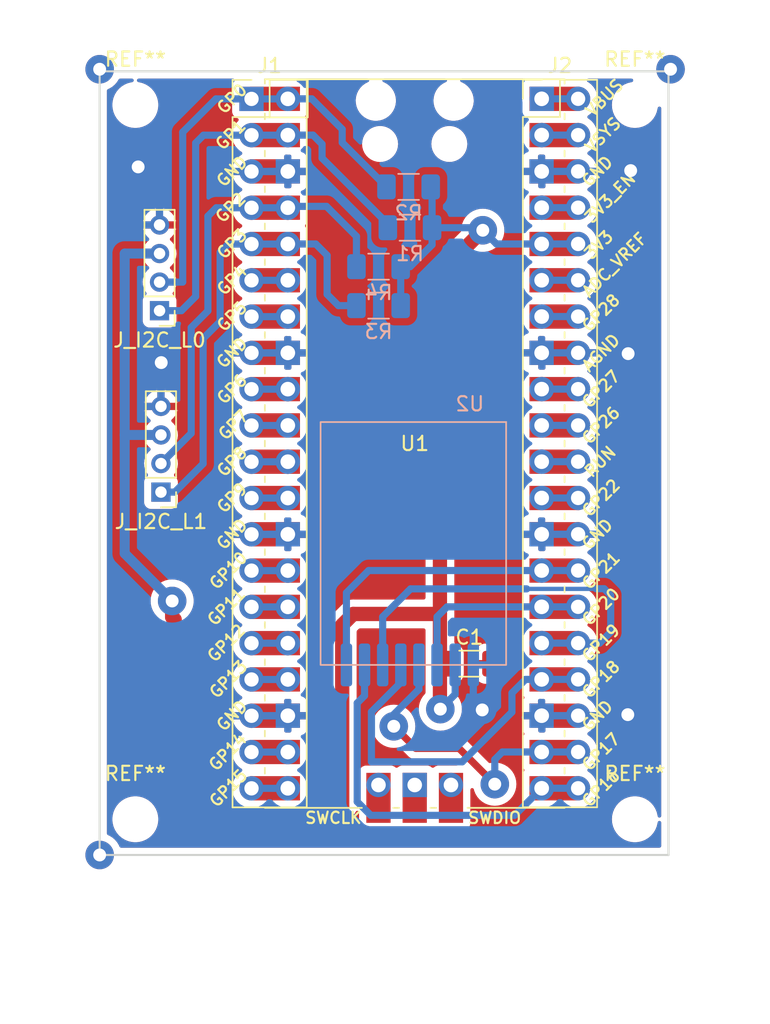
<source format=kicad_pcb>
(kicad_pcb (version 20211014) (generator pcbnew)
  (layers (0 "F.Cu" signal) (31 "B.Cu" signal) (34 "B.Paste" user) (35 "F.Paste" user) (36 "B.SilkS" user "B.Silkscreen") (37 "F.SilkS" user "F.Silkscreen") (38 "B.Mask" user) (39 "F.Mask" user) (44 "Edge.Cuts" user))
  (property "version" "0.0.1")
  (net 0 "")
  (net 4 "Net-(U1-Pad6)")
  (net 5 "Net-(U1-Pad7)")
  (net 6 "Net-(U1-Pad9)")
  (net 7 "Net-(U1-Pad10)")
  (net 8 "Net-(U1-Pad11)")
  (net 9 "Net-(U1-Pad12)")
  (net 10 "Net-(U1-Pad14)")
  (net 11 "Net-(U1-Pad15)")
  (net 12 "Net-(U1-Pad16)")
  (net 13 "Net-(U1-Pad17)")
  (net 14 "Net-(U1-Pad19)")
  (net 15 "Net-(U1-Pad20)")
  (net 16 "Net-(U1-Pad40)")
  (net 17 "Net-(U1-Pad39)")
  (net 18 "Net-(U1-Pad37)")
  (net 19 "Net-(U1-Pad35)")
  (net 20 "Net-(U1-Pad34)")
  (net 21 "Net-(U1-Pad32)")
  (net 22 "Net-(U1-Pad31)")
  (net 23 "Net-(U1-Pad30)")
  (net 24 "Net-(U1-Pad29)")
  (net 25 "GND")
  (net 26 "/I2C1_SCL")
  (net 27 "/I2C1_SDA")
  (net 28 "/I2C0_SCL")
  (net 29 "/I2C0_SDA")
  (net 30 "+3V3")
  (net 31 "/IRQ")
  (net 32 "/CE")
  (net 33 "/MOSI")
  (net 34 "/SCK")
  (net 35 "/CSN")
  (net 36 "/MISO")
  (footprint "MCU_RaspberryPi_and_Boards:RPi_Pico_SMD_TH" (layer "F.Cu") (at 116.84 55.88)
    (fp_text reference "U1" (at 0 0) (layer "F.SilkS"))
    (fp_text value "Pico")
    (fp_text user "GP5" (at -12.8 -8.89 45) (layer "F.SilkS") (effects (font (size 0.8 0.8))))
    (fp_text user "GP11" (at -13.2 11.43 45) (layer "F.SilkS") (effects (font (size 0.8 0.8))))
    (fp_text user "GP16" (at 13.054 24.13 45) (layer "F.SilkS") (effects (font (size 0.8 0.8))))
    (fp_text user "GP3" (at -12.8 -13.97 45) (layer "F.SilkS") (effects (font (size 0.8 0.8))))
    (fp_text user "GP18" (at 13.054 16.51 45) (layer "F.SilkS") (effects (font (size 0.8 0.8))))
    (fp_text user "GND" (at 12.8 -19.05 45) (layer "F.SilkS") (effects (font (size 0.8 0.8))))
    (fp_text user "SWCLK" (at -5.7 26.2) (layer "F.SilkS") (effects (font (size 0.8 0.8))))
    (fp_text user "VBUS" (at 13.3 -24.2 45) (layer "F.SilkS") (effects (font (size 0.8 0.8))))
    (fp_text user "GP8" (at -12.8 1.27 45) (layer "F.SilkS") (effects (font (size 0.8 0.8))))
    (fp_text user "AGND" (at 13.054 -6.35 45) (layer "F.SilkS") (effects (font (size 0.8 0.8))))
    (fp_text user "SWDIO" (at 5.6 26.2) (layer "F.SilkS") (effects (font (size 0.8 0.8))))
    (fp_text user "GP20" (at 13.054 11.43 45) (layer "F.SilkS") (effects (font (size 0.8 0.8))))
    (fp_text user "GP6" (at -12.8 -3.81 45) (layer "F.SilkS") (effects (font (size 0.8 0.8))))
    (fp_text user "GP0" (at -12.8 -24.13 45) (layer "F.SilkS") (effects (font (size 0.8 0.8))))
    (fp_text user "GP4" (at -12.8 -11.43 45) (layer "F.SilkS") (effects (font (size 0.8 0.8))))
    (fp_text user "GP28" (at 13.054 -9.144 45) (layer "F.SilkS") (effects (font (size 0.8 0.8))))
    (fp_text user "ADC_VREF" (at 14 -12.5 45) (layer "F.SilkS") (effects (font (size 0.8 0.8))))
    (fp_text user "GP19" (at 13.054 13.97 45) (layer "F.SilkS") (effects (font (size 0.8 0.8))))
    (fp_text user "GP21" (at 13.054 8.9 45) (layer "F.SilkS") (effects (font (size 0.8 0.8))))
    (fp_text user "GP22" (at 13.054 3.81 45) (layer "F.SilkS") (effects (font (size 0.8 0.8))))
    (fp_text user "GP1" (at -12.9 -21.6 45) (layer "F.SilkS") (effects (font (size 0.8 0.8))))
    (fp_text user "GND" (at -12.8 19.05 45) (layer "F.SilkS") (effects (font (size 0.8 0.8))))
    (fp_text user "3V3" (at 12.9 -13.9 45) (layer "F.SilkS") (effects (font (size 0.8 0.8))))
    (fp_text user "GP2" (at -12.9 -16.51 45) (layer "F.SilkS") (effects (font (size 0.8 0.8))))
    (fp_text user "GP10" (at -13.054 8.89 45) (layer "F.SilkS") (effects (font (size 0.8 0.8))))
    (fp_text user "GND" (at -12.8 -6.35 45) (layer "F.SilkS") (effects (font (size 0.8 0.8))))
    (fp_text user "RUN" (at 13 1.27 45) (layer "F.SilkS") (effects (font (size 0.8 0.8))))
    (fp_text user "GP12" (at -13.2 13.97 45) (layer "F.SilkS") (effects (font (size 0.8 0.8))))
    (fp_text user "GP15" (at -13.054 24.13 45) (layer "F.SilkS") (effects (font (size 0.8 0.8))))
    (fp_text user "GND" (at -12.8 6.35 45) (layer "F.SilkS") (effects (font (size 0.8 0.8))))
    (fp_text user "GND" (at 12.8 19.05 45) (layer "F.SilkS") (effects (font (size 0.8 0.8))))
    (fp_text user "GP13" (at -13.054 16.51 45) (layer "F.SilkS") (effects (font (size 0.8 0.8))))
    (fp_text user "3V3_EN" (at 13.7 -17.2 45) (layer "F.SilkS") (effects (font (size 0.8 0.8))))
    (fp_text user "GP9" (at -12.8 3.81 45) (layer "F.SilkS") (effects (font (size 0.8 0.8))))
    (fp_text user "VSYS" (at 13.2 -21.59 45) (layer "F.SilkS") (effects (font (size 0.8 0.8))))
    (fp_text user "GND" (at -12.8 -19.05 45) (layer "F.SilkS") (effects (font (size 0.8 0.8))))
    (fp_text user "GP17" (at 13.054 21.59 45) (layer "F.SilkS") (effects (font (size 0.8 0.8))))
    (fp_text user "GP26" (at 13.054 -1.27 45) (layer "F.SilkS") (effects (font (size 0.8 0.8))))
    (fp_text user "GP27" (at 13.054 -3.8 45) (layer "F.SilkS") (effects (font (size 0.8 0.8))))
    (fp_text user "GND" (at 12.8 6.35 45) (layer "F.SilkS") (effects (font (size 0.8 0.8))))
    (fp_text user "GP7" (at -12.7 -1.3 45) (layer "F.SilkS") (effects (font (size 0.8 0.8))))
    (fp_text user "GP14" (at -13.1 21.59 45) (layer "F.SilkS") (effects (font (size 0.8 0.8))))
    (pad "" np_thru_hole oval (at -2.725 -24) (size 1.8 1.8) (drill 1.8) (layers *.Cu *.Mask))
    (pad "" np_thru_hole oval (at -2.425 -20.97) (size 1.5 1.5) (drill 1.5) (layers *.Cu *.Mask))
    (pad "" np_thru_hole oval (at 2.425 -20.97) (size 1.5 1.5) (drill 1.5) (layers *.Cu *.Mask))
    (pad "" np_thru_hole oval (at 2.725 -24) (size 1.8 1.8) (drill 1.8) (layers *.Cu *.Mask))
    (pad "1" smd rect (at -8.89 -24.13) (size 3.5 1.7) (drill (offset -0.9 0)) (layers "F.Cu" "F.Mask") (net 29 "/I2C0_SDA"))
    (pad "1" thru_hole oval (at -8.89 -24.13) (size 1.7 1.7) (drill 1.02) (layers *.Cu *.Mask) (net 29 "/I2C0_SDA"))
    (pad "2" thru_hole oval (at -8.89 -21.59) (size 1.7 1.7) (drill 1.02) (layers *.Cu *.Mask) (net 28 "/I2C0_SCL"))
    (pad "2" smd rect (at -8.89 -21.59) (size 3.5 1.7) (drill (offset -0.9 0)) (layers "F.Cu" "F.Mask") (net 28 "/I2C0_SCL"))
    (pad "3" smd rect (at -8.89 -19.05) (size 3.5 1.7) (drill (offset -0.9 0)) (layers "F.Cu" "F.Mask") (net 25 "GND"))
    (pad "3" thru_hole rect (at -8.89 -19.05) (size 1.7 1.7) (drill 1.02) (layers *.Cu *.Mask) (net 25 "GND"))
    (pad "4" thru_hole oval (at -8.89 -16.51) (size 1.7 1.7) (drill 1.02) (layers *.Cu *.Mask) (net 27 "/I2C1_SDA"))
    (pad "4" smd rect (at -8.89 -16.51) (size 3.5 1.7) (drill (offset -0.9 0)) (layers "F.Cu" "F.Mask") (net 27 "/I2C1_SDA"))
    (pad "5" thru_hole oval (at -8.89 -13.97) (size 1.7 1.7) (drill 1.02) (layers *.Cu *.Mask) (net 26 "/I2C1_SCL"))
    (pad "5" smd rect (at -8.89 -13.97) (size 3.5 1.7) (drill (offset -0.9 0)) (layers "F.Cu" "F.Mask") (net 26 "/I2C1_SCL"))
    (pad "6" thru_hole oval (at -8.89 -11.43) (size 1.7 1.7) (drill 1.02) (layers *.Cu *.Mask) (net 4 "Net-(U1-Pad6)"))
    (pad "6" smd rect (at -8.89 -11.43) (size 3.5 1.7) (drill (offset -0.9 0)) (layers "F.Cu" "F.Mask") (net 4 "Net-(U1-Pad6)"))
    (pad "7" smd rect (at -8.89 -8.89) (size 3.5 1.7) (drill (offset -0.9 0)) (layers "F.Cu" "F.Mask") (net 5 "Net-(U1-Pad7)"))
    (pad "7" thru_hole oval (at -8.89 -8.89) (size 1.7 1.7) (drill 1.02) (layers *.Cu *.Mask) (net 5 "Net-(U1-Pad7)"))
    (pad "8" smd rect (at -8.89 -6.35) (size 3.5 1.7) (drill (offset -0.9 0)) (layers "F.Cu" "F.Mask") (net 25 "GND"))
    (pad "8" thru_hole rect (at -8.89 -6.35) (size 1.7 1.7) (drill 1.02) (layers *.Cu *.Mask) (net 25 "GND"))
    (pad "9" smd rect (at -8.89 -3.81) (size 3.5 1.7) (drill (offset -0.9 0)) (layers "F.Cu" "F.Mask") (net 6 "Net-(U1-Pad9)"))
    (pad "9" thru_hole oval (at -8.89 -3.81) (size 1.7 1.7) (drill 1.02) (layers *.Cu *.Mask) (net 6 "Net-(U1-Pad9)"))
    (pad "10" smd rect (at -8.89 -1.27) (size 3.5 1.7) (drill (offset -0.9 0)) (layers "F.Cu" "F.Mask") (net 7 "Net-(U1-Pad10)"))
    (pad "10" thru_hole oval (at -8.89 -1.27) (size 1.7 1.7) (drill 1.02) (layers *.Cu *.Mask) (net 7 "Net-(U1-Pad10)"))
    (pad "11" thru_hole oval (at -8.89 1.27) (size 1.7 1.7) (drill 1.02) (layers *.Cu *.Mask) (net 8 "Net-(U1-Pad11)"))
    (pad "11" smd rect (at -8.89 1.27) (size 3.5 1.7) (drill (offset -0.9 0)) (layers "F.Cu" "F.Mask") (net 8 "Net-(U1-Pad11)"))
    (pad "12" thru_hole oval (at -8.89 3.81) (size 1.7 1.7) (drill 1.02) (layers *.Cu *.Mask) (net 9 "Net-(U1-Pad12)"))
    (pad "12" smd rect (at -8.89 3.81) (size 3.5 1.7) (drill (offset -0.9 0)) (layers "F.Cu" "F.Mask") (net 9 "Net-(U1-Pad12)"))
    (pad "13" smd rect (at -8.89 6.35) (size 3.5 1.7) (drill (offset -0.9 0)) (layers "F.Cu" "F.Mask") (net 25 "GND"))
    (pad "13" thru_hole rect (at -8.89 6.35) (size 1.7 1.7) (drill 1.02) (layers *.Cu *.Mask) (net 25 "GND"))
    (pad "14" smd rect (at -8.89 8.89) (size 3.5 1.7) (drill (offset -0.9 0)) (layers "F.Cu" "F.Mask") (net 10 "Net-(U1-Pad14)"))
    (pad "14" thru_hole oval (at -8.89 8.89) (size 1.7 1.7) (drill 1.02) (layers *.Cu *.Mask) (net 10 "Net-(U1-Pad14)"))
    (pad "15" thru_hole oval (at -8.89 11.43) (size 1.7 1.7) (drill 1.02) (layers *.Cu *.Mask) (net 11 "Net-(U1-Pad15)"))
    (pad "15" smd rect (at -8.89 11.43) (size 3.5 1.7) (drill (offset -0.9 0)) (layers "F.Cu" "F.Mask") (net 11 "Net-(U1-Pad15)"))
    (pad "16" thru_hole oval (at -8.89 13.97) (size 1.7 1.7) (drill 1.02) (layers *.Cu *.Mask) (net 12 "Net-(U1-Pad16)"))
    (pad "16" smd rect (at -8.89 13.97) (size 3.5 1.7) (drill (offset -0.9 0)) (layers "F.Cu" "F.Mask") (net 12 "Net-(U1-Pad16)"))
    (pad "17" smd rect (at -8.89 16.51) (size 3.5 1.7) (drill (offset -0.9 0)) (layers "F.Cu" "F.Mask") (net 13 "Net-(U1-Pad17)"))
    (pad "17" thru_hole oval (at -8.89 16.51) (size 1.7 1.7) (drill 1.02) (layers *.Cu *.Mask) (net 13 "Net-(U1-Pad17)"))
    (pad "18" thru_hole rect (at -8.89 19.05) (size 1.7 1.7) (drill 1.02) (layers *.Cu *.Mask) (net 25 "GND"))
    (pad "18" smd rect (at -8.89 19.05) (size 3.5 1.7) (drill (offset -0.9 0)) (layers "F.Cu" "F.Mask") (net 25 "GND"))
    (pad "19" thru_hole oval (at -8.89 21.59) (size 1.7 1.7) (drill 1.02) (layers *.Cu *.Mask) (net 14 "Net-(U1-Pad19)"))
    (pad "19" smd rect (at -8.89 21.59) (size 3.5 1.7) (drill (offset -0.9 0)) (layers "F.Cu" "F.Mask") (net 14 "Net-(U1-Pad19)"))
    (pad "20" thru_hole oval (at -8.89 24.13) (size 1.7 1.7) (drill 1.02) (layers *.Cu *.Mask) (net 15 "Net-(U1-Pad20)"))
    (pad "20" smd rect (at -8.89 24.13) (size 3.5 1.7) (drill (offset -0.9 0)) (layers "F.Cu" "F.Mask") (net 15 "Net-(U1-Pad20)"))
    (pad "21" thru_hole oval (at 8.89 24.13) (size 1.7 1.7) (drill 1.02) (layers *.Cu *.Mask) (net 36 "/MISO"))
    (pad "21" smd rect (at 8.89 24.13) (size 3.5 1.7) (drill (offset 0.9 0)) (layers "F.Cu" "F.Mask") (net 36 "/MISO"))
    (pad "22" thru_hole oval (at 8.89 21.59) (size 1.7 1.7) (drill 1.02) (layers *.Cu *.Mask) (net 35 "/CSN"))
    (pad "22" smd rect (at 8.89 21.59) (size 3.5 1.7) (drill (offset 0.9 0)) (layers "F.Cu" "F.Mask") (net 35 "/CSN"))
    (pad "23" thru_hole rect (at 8.89 19.05) (size 1.7 1.7) (drill 1.02) (layers *.Cu *.Mask) (net 25 "GND"))
    (pad "23" smd rect (at 8.89 19.05) (size 3.5 1.7) (drill (offset 0.9 0)) (layers "F.Cu" "F.Mask") (net 25 "GND"))
    (pad "24" smd rect (at 8.89 16.51) (size 3.5 1.7) (drill (offset 0.9 0)) (layers "F.Cu" "F.Mask") (net 34 "/SCK"))
    (pad "24" thru_hole oval (at 8.89 16.51) (size 1.7 1.7) (drill 1.02) (layers *.Cu *.Mask) (net 34 "/SCK"))
    (pad "25" smd rect (at 8.89 13.97) (size 3.5 1.7) (drill (offset 0.9 0)) (layers "F.Cu" "F.Mask") (net 33 "/MOSI"))
    (pad "25" thru_hole oval (at 8.89 13.97) (size 1.7 1.7) (drill 1.02) (layers *.Cu *.Mask) (net 33 "/MOSI"))
    (pad "26" smd rect (at 8.89 11.43) (size 3.5 1.7) (drill (offset 0.9 0)) (layers "F.Cu" "F.Mask") (net 32 "/CE"))
    (pad "26" thru_hole oval (at 8.89 11.43) (size 1.7 1.7) (drill 1.02) (layers *.Cu *.Mask) (net 32 "/CE"))
    (pad "27" smd rect (at 8.89 8.89) (size 3.5 1.7) (drill (offset 0.9 0)) (layers "F.Cu" "F.Mask") (net 31 "/IRQ"))
    (pad "27" thru_hole oval (at 8.89 8.89) (size 1.7 1.7) (drill 1.02) (layers *.Cu *.Mask) (net 31 "/IRQ"))
    (pad "28" thru_hole rect (at 8.89 6.35) (size 1.7 1.7) (drill 1.02) (layers *.Cu *.Mask) (net 25 "GND"))
    (pad "28" smd rect (at 8.89 6.35) (size 3.5 1.7) (drill (offset 0.9 0)) (layers "F.Cu" "F.Mask") (net 25 "GND"))
    (pad "29" thru_hole oval (at 8.89 3.81) (size 1.7 1.7) (drill 1.02) (layers *.Cu *.Mask) (net 24 "Net-(U1-Pad29)"))
    (pad "29" smd rect (at 8.89 3.81) (size 3.5 1.7) (drill (offset 0.9 0)) (layers "F.Cu" "F.Mask") (net 24 "Net-(U1-Pad29)"))
    (pad "30" thru_hole oval (at 8.89 1.27) (size 1.7 1.7) (drill 1.02) (layers *.Cu *.Mask) (net 23 "Net-(U1-Pad30)"))
    (pad "30" smd rect (at 8.89 1.27) (size 3.5 1.7) (drill (offset 0.9 0)) (layers "F.Cu" "F.Mask") (net 23 "Net-(U1-Pad30)"))
    (pad "31" smd rect (at 8.89 -1.27) (size 3.5 1.7) (drill (offset 0.9 0)) (layers "F.Cu" "F.Mask") (net 22 "Net-(U1-Pad31)"))
    (pad "31" thru_hole oval (at 8.89 -1.27) (size 1.7 1.7) (drill 1.02) (layers *.Cu *.Mask) (net 22 "Net-(U1-Pad31)"))
    (pad "32" thru_hole oval (at 8.89 -3.81) (size 1.7 1.7) (drill 1.02) (layers *.Cu *.Mask) (net 21 "Net-(U1-Pad32)"))
    (pad "32" smd rect (at 8.89 -3.81) (size 3.5 1.7) (drill (offset 0.9 0)) (layers "F.Cu" "F.Mask") (net 21 "Net-(U1-Pad32)"))
    (pad "33" thru_hole rect (at 8.89 -6.35) (size 1.7 1.7) (drill 1.02) (layers *.Cu *.Mask) (net 25 "GND"))
    (pad "33" smd rect (at 8.89 -6.35) (size 3.5 1.7) (drill (offset 0.9 0)) (layers "F.Cu" "F.Mask") (net 25 "GND"))
    (pad "34" smd rect (at 8.89 -8.89) (size 3.5 1.7) (drill (offset 0.9 0)) (layers "F.Cu" "F.Mask") (net 20 "Net-(U1-Pad34)"))
    (pad "34" thru_hole oval (at 8.89 -8.89) (size 1.7 1.7) (drill 1.02) (layers *.Cu *.Mask) (net 20 "Net-(U1-Pad34)"))
    (pad "35" smd rect (at 8.89 -11.43) (size 3.5 1.7) (drill (offset 0.9 0)) (layers "F.Cu" "F.Mask") (net 19 "Net-(U1-Pad35)"))
    (pad "35" thru_hole oval (at 8.89 -11.43) (size 1.7 1.7) (drill 1.02) (layers *.Cu *.Mask) (net 19 "Net-(U1-Pad35)"))
    (pad "36" thru_hole oval (at 8.89 -13.97) (size 1.7 1.7) (drill 1.02) (layers *.Cu *.Mask) (net 30 "+3V3"))
    (pad "36" smd rect (at 8.89 -13.97) (size 3.5 1.7) (drill (offset 0.9 0)) (layers "F.Cu" "F.Mask") (net 30 "+3V3"))
    (pad "37" thru_hole oval (at 8.89 -16.51) (size 1.7 1.7) (drill 1.02) (layers *.Cu *.Mask) (net 18 "Net-(U1-Pad37)"))
    (pad "37" smd rect (at 8.89 -16.51) (size 3.5 1.7) (drill (offset 0.9 0)) (layers "F.Cu" "F.Mask") (net 18 "Net-(U1-Pad37)"))
    (pad "38" thru_hole rect (at 8.89 -19.05) (size 1.7 1.7) (drill 1.02) (layers *.Cu *.Mask) (net 25 "GND"))
    (pad "38" smd rect (at 8.89 -19.05) (size 3.5 1.7) (drill (offset 0.9 0)) (layers "F.Cu" "F.Mask") (net 25 "GND"))
    (pad "39" smd rect (at 8.89 -21.59) (size 3.5 1.7) (drill (offset 0.9 0)) (layers "F.Cu" "F.Mask") (net 17 "Net-(U1-Pad39)"))
    (pad "39" thru_hole oval (at 8.89 -21.59) (size 1.7 1.7) (drill 1.02) (layers *.Cu *.Mask) (net 17 "Net-(U1-Pad39)"))
    (pad "40" smd rect (at 8.89 -24.13) (size 3.5 1.7) (drill (offset 0.9 0)) (layers "F.Cu" "F.Mask") (net 16 "Net-(U1-Pad40)"))
    (pad "40" thru_hole oval (at 8.89 -24.13) (size 1.7 1.7) (drill 1.02) (layers *.Cu *.Mask) (net 16 "Net-(U1-Pad40)"))
    (pad "41" smd rect (at -2.54 23.9 90) (size 3.5 1.7) (drill (offset -0.9 0)) (layers "F.Cu" "F.Mask"))
    (pad "41" thru_hole oval (at -2.54 23.9) (size 1.7 1.7) (drill 1.02) (layers *.Cu *.Mask))
    (pad "42" thru_hole rect (at 0 23.9) (size 1.7 1.7) (drill 1.02) (layers *.Cu *.Mask))
    (pad "42" smd rect (at 0 23.9 90) (size 3.5 1.7) (drill (offset -0.9 0)) (layers "F.Cu" "F.Mask"))
    (pad "43" thru_hole oval (at 2.54 23.9) (size 1.7 1.7) (drill 1.02) (layers *.Cu *.Mask))
    (pad "43" smd rect (at 2.54 23.9 90) (size 3.5 1.7) (drill (offset -0.9 0)) (layers "F.Cu" "F.Mask"))
  )
  (footprint "Capacitor_SMD:C_1206_3216Metric_Pad1.33x1.80mm_HandSolder" (layer "F.Cu") (at 120.668198 71.288274)
    (fp_text reference "C1" (at 0 -1.85) (layer "F.SilkS"))
    (fp_text value "C")
    (pad "1" smd roundrect (at -1.5625 0) (size 1.325 1.8) (layers "F.Cu" "F.Paste" "F.Mask") (roundrect_rratio 0.188679) (net 30 "+3V3"))
    (pad "2" smd roundrect (at 1.5625 0) (size 1.325 1.8) (layers "F.Cu" "F.Paste" "F.Mask") (roundrect_rratio 0.188679) (net 25 "GND"))
  )
  (footprint "MountingHole:MountingHole_2.2mm_M2" (layer "F.Cu") (at 132.265019 82.178874)
    (fp_text reference "REF**" (at 0 -3.2) (layer "F.SilkS"))
    (fp_text value "MountingHole_2.2mm_M2")
    (pad "" np_thru_hole circle (at 0 0) (size 2.2 2.2) (drill 2.2) (layers *.Cu *.Mask))
  )
  (footprint "Connector_PinHeader_2.54mm:PinHeader_2x20_P2.54mm_Vertical" (layer "F.Cu") (at 125.748028 31.748535)
    (fp_text reference "J2" (at 1.27 -2.33) (layer "F.SilkS"))
    (fp_text value "Conn_02x20_Counter_Clockwise")
    (pad "1" thru_hole oval (at 2.54 0) (size 1.7 1.7) (drill 1) (layers *.Cu *.Mask) (net 16 "Net-(U1-Pad40)"))
    (pad "2" thru_hole oval (at 2.54 2.54) (size 1.7 1.7) (drill 1) (layers *.Cu *.Mask) (net 17 "Net-(U1-Pad39)"))
    (pad "3" thru_hole oval (at 2.54 5.08) (size 1.7 1.7) (drill 1) (layers *.Cu *.Mask) (net 25 "GND"))
    (pad "4" thru_hole oval (at 2.54 7.62) (size 1.7 1.7) (drill 1) (layers *.Cu *.Mask) (net 18 "Net-(U1-Pad37)"))
    (pad "5" thru_hole oval (at 2.54 10.16) (size 1.7 1.7) (drill 1) (layers *.Cu *.Mask) (net 30 "+3V3"))
    (pad "6" thru_hole oval (at 2.54 12.7) (size 1.7 1.7) (drill 1) (layers *.Cu *.Mask) (net 19 "Net-(U1-Pad35)"))
    (pad "7" thru_hole oval (at 2.54 15.24) (size 1.7 1.7) (drill 1) (layers *.Cu *.Mask) (net 20 "Net-(U1-Pad34)"))
    (pad "8" thru_hole oval (at 2.54 17.78) (size 1.7 1.7) (drill 1) (layers *.Cu *.Mask) (net 25 "GND"))
    (pad "9" thru_hole oval (at 2.54 20.32) (size 1.7 1.7) (drill 1) (layers *.Cu *.Mask) (net 21 "Net-(U1-Pad32)"))
    (pad "10" thru_hole oval (at 2.54 22.86) (size 1.7 1.7) (drill 1) (layers *.Cu *.Mask) (net 22 "Net-(U1-Pad31)"))
    (pad "11" thru_hole oval (at 2.54 25.4) (size 1.7 1.7) (drill 1) (layers *.Cu *.Mask) (net 23 "Net-(U1-Pad30)"))
    (pad "12" thru_hole oval (at 2.54 27.94) (size 1.7 1.7) (drill 1) (layers *.Cu *.Mask) (net 24 "Net-(U1-Pad29)"))
    (pad "13" thru_hole oval (at 2.54 30.48) (size 1.7 1.7) (drill 1) (layers *.Cu *.Mask) (net 25 "GND"))
    (pad "14" thru_hole oval (at 2.54 33.02) (size 1.7 1.7) (drill 1) (layers *.Cu *.Mask) (net 31 "/IRQ"))
    (pad "15" thru_hole oval (at 2.54 35.56) (size 1.7 1.7) (drill 1) (layers *.Cu *.Mask) (net 32 "/CE"))
    (pad "16" thru_hole oval (at 2.54 38.1) (size 1.7 1.7) (drill 1) (layers *.Cu *.Mask) (net 33 "/MOSI"))
    (pad "17" thru_hole oval (at 2.54 40.64) (size 1.7 1.7) (drill 1) (layers *.Cu *.Mask) (net 34 "/SCK"))
    (pad "18" thru_hole oval (at 2.54 43.18) (size 1.7 1.7) (drill 1) (layers *.Cu *.Mask) (net 25 "GND"))
    (pad "19" thru_hole oval (at 2.54 45.72) (size 1.7 1.7) (drill 1) (layers *.Cu *.Mask) (net 35 "/CSN"))
    (pad "20" thru_hole oval (at 2.54 48.26) (size 1.7 1.7) (drill 1) (layers *.Cu *.Mask) (net 36 "/MISO"))
    (pad "21" thru_hole oval (at 0 48.26) (size 1.7 1.7) (drill 1) (layers *.Cu *.Mask) (net 36 "/MISO"))
    (pad "22" thru_hole oval (at 0 45.72) (size 1.7 1.7) (drill 1) (layers *.Cu *.Mask) (net 35 "/CSN"))
    (pad "23" thru_hole oval (at 0 43.18) (size 1.7 1.7) (drill 1) (layers *.Cu *.Mask) (net 25 "GND"))
    (pad "24" thru_hole oval (at 0 40.64) (size 1.7 1.7) (drill 1) (layers *.Cu *.Mask) (net 34 "/SCK"))
    (pad "25" thru_hole oval (at 0 38.1) (size 1.7 1.7) (drill 1) (layers *.Cu *.Mask) (net 33 "/MOSI"))
    (pad "26" thru_hole oval (at 0 35.56) (size 1.7 1.7) (drill 1) (layers *.Cu *.Mask) (net 32 "/CE"))
    (pad "27" thru_hole oval (at 0 33.02) (size 1.7 1.7) (drill 1) (layers *.Cu *.Mask) (net 31 "/IRQ"))
    (pad "28" thru_hole oval (at 0 30.48) (size 1.7 1.7) (drill 1) (layers *.Cu *.Mask) (net 25 "GND"))
    (pad "29" thru_hole oval (at 0 27.94) (size 1.7 1.7) (drill 1) (layers *.Cu *.Mask) (net 24 "Net-(U1-Pad29)"))
    (pad "30" thru_hole oval (at 0 25.4) (size 1.7 1.7) (drill 1) (layers *.Cu *.Mask) (net 23 "Net-(U1-Pad30)"))
    (pad "31" thru_hole oval (at 0 22.86) (size 1.7 1.7) (drill 1) (layers *.Cu *.Mask) (net 22 "Net-(U1-Pad31)"))
    (pad "32" thru_hole oval (at 0 20.32) (size 1.7 1.7) (drill 1) (layers *.Cu *.Mask) (net 21 "Net-(U1-Pad32)"))
    (pad "33" thru_hole oval (at 0 17.78) (size 1.7 1.7) (drill 1) (layers *.Cu *.Mask) (net 25 "GND"))
    (pad "34" thru_hole oval (at 0 15.24) (size 1.7 1.7) (drill 1) (layers *.Cu *.Mask) (net 20 "Net-(U1-Pad34)"))
    (pad "35" thru_hole oval (at 0 12.7) (size 1.7 1.7) (drill 1) (layers *.Cu *.Mask) (net 19 "Net-(U1-Pad35)"))
    (pad "36" thru_hole oval (at 0 10.16) (size 1.7 1.7) (drill 1) (layers *.Cu *.Mask) (net 30 "+3V3"))
    (pad "37" thru_hole oval (at 0 7.62) (size 1.7 1.7) (drill 1) (layers *.Cu *.Mask) (net 18 "Net-(U1-Pad37)"))
    (pad "38" thru_hole oval (at 0 5.08) (size 1.7 1.7) (drill 1) (layers *.Cu *.Mask) (net 25 "GND"))
    (pad "39" thru_hole oval (at 0 2.54) (size 1.7 1.7) (drill 1) (layers *.Cu *.Mask) (net 17 "Net-(U1-Pad39)"))
    (pad "40" thru_hole rect (at 0 0) (size 1.7 1.7) (drill 1) (layers *.Cu *.Mask) (net 16 "Net-(U1-Pad40)"))
  )
  (footprint "Connector_PinHeader_2.54mm:PinHeader_2x20_P2.54mm_Vertical" (layer "F.Cu") (at 105.405 31.755)
    (fp_text reference "J1" (at 1.27 -2.33) (layer "F.SilkS"))
    (fp_text value "Conn_02x20_Counter_Clockwise")
    (pad "1" thru_hole oval (at 2.54 0) (size 1.7 1.7) (drill 1) (layers *.Cu *.Mask) (net 29 "/I2C0_SDA"))
    (pad "2" thru_hole oval (at 2.54 2.54) (size 1.7 1.7) (drill 1) (layers *.Cu *.Mask) (net 28 "/I2C0_SCL"))
    (pad "3" thru_hole oval (at 2.54 5.08) (size 1.7 1.7) (drill 1) (layers *.Cu *.Mask) (net 25 "GND"))
    (pad "4" thru_hole oval (at 2.54 7.62) (size 1.7 1.7) (drill 1) (layers *.Cu *.Mask) (net 27 "/I2C1_SDA"))
    (pad "5" thru_hole oval (at 2.54 10.16) (size 1.7 1.7) (drill 1) (layers *.Cu *.Mask) (net 26 "/I2C1_SCL"))
    (pad "6" thru_hole oval (at 2.54 12.7) (size 1.7 1.7) (drill 1) (layers *.Cu *.Mask) (net 4 "Net-(U1-Pad6)"))
    (pad "7" thru_hole oval (at 2.54 15.24) (size 1.7 1.7) (drill 1) (layers *.Cu *.Mask) (net 5 "Net-(U1-Pad7)"))
    (pad "8" thru_hole oval (at 2.54 17.78) (size 1.7 1.7) (drill 1) (layers *.Cu *.Mask) (net 25 "GND"))
    (pad "9" thru_hole oval (at 2.54 20.32) (size 1.7 1.7) (drill 1) (layers *.Cu *.Mask) (net 6 "Net-(U1-Pad9)"))
    (pad "10" thru_hole oval (at 2.54 22.86) (size 1.7 1.7) (drill 1) (layers *.Cu *.Mask) (net 7 "Net-(U1-Pad10)"))
    (pad "11" thru_hole oval (at 2.54 25.4) (size 1.7 1.7) (drill 1) (layers *.Cu *.Mask) (net 8 "Net-(U1-Pad11)"))
    (pad "12" thru_hole oval (at 2.54 27.94) (size 1.7 1.7) (drill 1) (layers *.Cu *.Mask) (net 9 "Net-(U1-Pad12)"))
    (pad "13" thru_hole oval (at 2.54 30.48) (size 1.7 1.7) (drill 1) (layers *.Cu *.Mask) (net 25 "GND"))
    (pad "14" thru_hole oval (at 2.54 33.02) (size 1.7 1.7) (drill 1) (layers *.Cu *.Mask) (net 10 "Net-(U1-Pad14)"))
    (pad "15" thru_hole oval (at 2.54 35.56) (size 1.7 1.7) (drill 1) (layers *.Cu *.Mask) (net 11 "Net-(U1-Pad15)"))
    (pad "16" thru_hole oval (at 2.54 38.1) (size 1.7 1.7) (drill 1) (layers *.Cu *.Mask) (net 12 "Net-(U1-Pad16)"))
    (pad "17" thru_hole oval (at 2.54 40.64) (size 1.7 1.7) (drill 1) (layers *.Cu *.Mask) (net 13 "Net-(U1-Pad17)"))
    (pad "18" thru_hole oval (at 2.54 43.18) (size 1.7 1.7) (drill 1) (layers *.Cu *.Mask) (net 25 "GND"))
    (pad "19" thru_hole oval (at 2.54 45.72) (size 1.7 1.7) (drill 1) (layers *.Cu *.Mask) (net 14 "Net-(U1-Pad19)"))
    (pad "20" thru_hole oval (at 2.54 48.26) (size 1.7 1.7) (drill 1) (layers *.Cu *.Mask) (net 15 "Net-(U1-Pad20)"))
    (pad "21" thru_hole oval (at 0 48.26) (size 1.7 1.7) (drill 1) (layers *.Cu *.Mask) (net 15 "Net-(U1-Pad20)"))
    (pad "22" thru_hole oval (at 0 45.72) (size 1.7 1.7) (drill 1) (layers *.Cu *.Mask) (net 14 "Net-(U1-Pad19)"))
    (pad "23" thru_hole oval (at 0 43.18) (size 1.7 1.7) (drill 1) (layers *.Cu *.Mask) (net 25 "GND"))
    (pad "24" thru_hole oval (at 0 40.64) (size 1.7 1.7) (drill 1) (layers *.Cu *.Mask) (net 13 "Net-(U1-Pad17)"))
    (pad "25" thru_hole oval (at 0 38.1) (size 1.7 1.7) (drill 1) (layers *.Cu *.Mask) (net 12 "Net-(U1-Pad16)"))
    (pad "26" thru_hole oval (at 0 35.56) (size 1.7 1.7) (drill 1) (layers *.Cu *.Mask) (net 11 "Net-(U1-Pad15)"))
    (pad "27" thru_hole oval (at 0 33.02) (size 1.7 1.7) (drill 1) (layers *.Cu *.Mask) (net 10 "Net-(U1-Pad14)"))
    (pad "28" thru_hole oval (at 0 30.48) (size 1.7 1.7) (drill 1) (layers *.Cu *.Mask) (net 25 "GND"))
    (pad "29" thru_hole oval (at 0 27.94) (size 1.7 1.7) (drill 1) (layers *.Cu *.Mask) (net 9 "Net-(U1-Pad12)"))
    (pad "30" thru_hole oval (at 0 25.4) (size 1.7 1.7) (drill 1) (layers *.Cu *.Mask) (net 8 "Net-(U1-Pad11)"))
    (pad "31" thru_hole oval (at 0 22.86) (size 1.7 1.7) (drill 1) (layers *.Cu *.Mask) (net 7 "Net-(U1-Pad10)"))
    (pad "32" thru_hole oval (at 0 20.32) (size 1.7 1.7) (drill 1) (layers *.Cu *.Mask) (net 6 "Net-(U1-Pad9)"))
    (pad "33" thru_hole oval (at 0 17.78) (size 1.7 1.7) (drill 1) (layers *.Cu *.Mask) (net 25 "GND"))
    (pad "34" thru_hole oval (at 0 15.24) (size 1.7 1.7) (drill 1) (layers *.Cu *.Mask) (net 5 "Net-(U1-Pad7)"))
    (pad "35" thru_hole oval (at 0 12.7) (size 1.7 1.7) (drill 1) (layers *.Cu *.Mask) (net 4 "Net-(U1-Pad6)"))
    (pad "36" thru_hole oval (at 0 10.16) (size 1.7 1.7) (drill 1) (layers *.Cu *.Mask) (net 26 "/I2C1_SCL"))
    (pad "37" thru_hole oval (at 0 7.62) (size 1.7 1.7) (drill 1) (layers *.Cu *.Mask) (net 27 "/I2C1_SDA"))
    (pad "38" thru_hole oval (at 0 5.08) (size 1.7 1.7) (drill 1) (layers *.Cu *.Mask) (net 25 "GND"))
    (pad "39" thru_hole oval (at 0 2.54) (size 1.7 1.7) (drill 1) (layers *.Cu *.Mask) (net 28 "/I2C0_SCL"))
    (pad "40" thru_hole rect (at 0 0) (size 1.7 1.7) (drill 1) (layers *.Cu *.Mask) (net 29 "/I2C0_SDA"))
  )
  (footprint "MountingHole:MountingHole_2.2mm_M2" (layer "F.Cu") (at 132.265019 32.178874)
    (fp_text reference "REF**" (at 0 -3.2) (layer "F.SilkS"))
    (fp_text value "MountingHole_2.2mm_M2")
    (pad "" np_thru_hole circle (at 0 0) (size 2.2 2.2) (drill 2.2) (layers *.Cu *.Mask))
  )
  (footprint "Connector_PinHeader_2.00mm:PinHeader_1x04_P2.00mm_Vertical" (layer "F.Cu") (at 98.961699 46.578874 180)
    (fp_text reference "J_I2C_L0" (at 0 -2.06) (layer "F.SilkS"))
    (fp_text value "Conn_01x04_Male")
    (pad "1" thru_hole rect (at 0 0 180) (size 1.35 1.35) (drill 0.8) (layers *.Cu *.Mask) (net 28 "/I2C0_SCL"))
    (pad "2" thru_hole oval (at 0 2 180) (size 1.35 1.35) (drill 0.8) (layers *.Cu *.Mask) (net 29 "/I2C0_SDA"))
    (pad "3" thru_hole oval (at 0 4 180) (size 1.35 1.35) (drill 0.8) (layers *.Cu *.Mask) (net 30 "+3V3"))
    (pad "4" thru_hole oval (at 0 6 180) (size 1.35 1.35) (drill 0.8) (layers *.Cu *.Mask) (net 25 "GND"))
  )
  (footprint "MountingHole:MountingHole_2.2mm_M2" (layer "F.Cu") (at 97.265019 32.178874)
    (fp_text reference "REF**" (at 0 -3.2) (layer "F.SilkS"))
    (fp_text value "MountingHole_2.2mm_M2")
    (pad "" np_thru_hole circle (at 0 0) (size 2.2 2.2) (drill 2.2) (layers *.Cu *.Mask))
  )
  (footprint "Connector_PinHeader_2.00mm:PinHeader_1x04_P2.00mm_Vertical" (layer "F.Cu") (at 99.06 59.278874 180)
    (fp_text reference "J_I2C_L1" (at 0 -2.06) (layer "F.SilkS"))
    (fp_text value "Conn_01x04_Male")
    (pad "1" thru_hole rect (at 0 0 180) (size 1.35 1.35) (drill 0.8) (layers *.Cu *.Mask) (net 26 "/I2C1_SCL"))
    (pad "2" thru_hole oval (at 0 2 180) (size 1.35 1.35) (drill 0.8) (layers *.Cu *.Mask) (net 27 "/I2C1_SDA"))
    (pad "3" thru_hole oval (at 0 4 180) (size 1.35 1.35) (drill 0.8) (layers *.Cu *.Mask) (net 30 "+3V3"))
    (pad "4" thru_hole oval (at 0 6 180) (size 1.35 1.35) (drill 0.8) (layers *.Cu *.Mask) (net 25 "GND"))
  )
  (footprint "MountingHole:MountingHole_2.2mm_M2" (layer "F.Cu") (at 97.265019 82.178874)
    (fp_text reference "REF**" (at 0 -3.2) (layer "F.SilkS"))
    (fp_text value "MountingHole_2.2mm_M2")
    (pad "" np_thru_hole circle (at 0 0) (size 2.2 2.2) (drill 2.2) (layers *.Cu *.Mask))
  )
  (footprint "Resistor_SMD:R_1206_3216Metric_Pad1.30x1.75mm_HandSolder" (layer "B.Cu") (at 114.307814 46.224402)
    (fp_text reference "R3" (at 0 1.82) (layer "B.SilkS") (effects (justify mirror)))
    (fp_text value "4,7K")
    (pad "1" smd roundrect (at -1.55 0) (size 1.3 1.75) (layers "B.Cu" "B.Paste" "B.Mask") (roundrect_rratio 0.192308) (net 26 "/I2C1_SCL"))
    (pad "2" smd roundrect (at 1.55 0) (size 1.3 1.75) (layers "B.Cu" "B.Paste" "B.Mask") (roundrect_rratio 0.192308) (net 30 "+3V3"))
  )
  (footprint "Resistor_SMD:R_1206_3216Metric_Pad1.30x1.75mm_HandSolder" (layer "B.Cu") (at 114.307814 43.498158)
    (fp_text reference "R4" (at 0 1.82) (layer "B.SilkS") (effects (justify mirror)))
    (fp_text value "4,7K")
    (pad "1" smd roundrect (at -1.55 0) (size 1.3 1.75) (layers "B.Cu" "B.Paste" "B.Mask") (roundrect_rratio 0.192308) (net 27 "/I2C1_SDA"))
    (pad "2" smd roundrect (at 1.55 0) (size 1.3 1.75) (layers "B.Cu" "B.Paste" "B.Mask") (roundrect_rratio 0.192308) (net 30 "+3V3"))
  )
  (footprint "Resistor_SMD:R_1206_3216Metric_Pad1.30x1.75mm_HandSolder" (layer "B.Cu") (at 116.410641 37.913757)
    (fp_text reference "R2" (at 0 1.82) (layer "B.SilkS") (effects (justify mirror)))
    (fp_text value "4,7K")
    (pad "1" smd roundrect (at -1.55 0) (size 1.3 1.75) (layers "B.Cu" "B.Paste" "B.Mask") (roundrect_rratio 0.192308) (net 29 "/I2C0_SDA"))
    (pad "2" smd roundrect (at 1.55 0) (size 1.3 1.75) (layers "B.Cu" "B.Paste" "B.Mask") (roundrect_rratio 0.192308) (net 30 "+3V3"))
  )
  (footprint "rfm75:RFM75" (layer "B.Cu") (at 123.245 54.375 180)
    (fp_text reference "U2" (at 2.54 1.27 unlocked) (layer "B.SilkS") (effects (justify mirror)))
    (fp_text value "RFM75")
    (pad "1" smd roundrect (at 2.3 -17 180) (size 0.8 3) (layers "B.Cu" "B.Paste" "B.Mask") (net 25 "GND"))
    (pad "2" smd roundrect (at 3.57 -17 180) (size 0.8 3) (layers "B.Cu" "B.Paste" "B.Mask") (net 30 "+3V3"))
    (pad "3" smd roundrect (at 4.84 -17 180) (size 0.8 3) (layers "B.Cu" "B.Paste" "B.Mask") (net 32 "/CE"))
    (pad "4" smd roundrect (at 6.11 -17 180) (size 0.8 3) (layers "B.Cu" "B.Paste" "B.Mask") (net 35 "/CSN"))
    (pad "5" smd roundrect (at 7.38 -17 180) (size 0.8 3) (layers "B.Cu" "B.Paste" "B.Mask") (net 34 "/SCK"))
    (pad "6" smd roundrect (at 8.65 -17 180) (size 0.8 3) (layers "B.Cu" "B.Paste" "B.Mask") (net 33 "/MOSI"))
    (pad "7" smd roundrect (at 9.92 -17 180) (size 0.8 3) (layers "B.Cu" "B.Paste" "B.Mask") (net 36 "/MISO"))
    (pad "8" smd roundrect (at 11.19 -17 180) (size 0.8 3) (layers "B.Cu" "B.Paste" "B.Mask") (net 31 "/IRQ"))
  )
  (footprint "Resistor_SMD:R_1206_3216Metric_Pad1.30x1.75mm_HandSolder" (layer "B.Cu") (at 116.506398 40.771915)
    (fp_text reference "R1" (at 0 1.82) (layer "B.SilkS") (effects (justify mirror)))
    (fp_text value "4,7K")
    (pad "1" smd roundrect (at -1.55 0) (size 1.3 1.75) (layers "B.Cu" "B.Paste" "B.Mask") (roundrect_rratio 0.192308) (net 28 "/I2C0_SCL"))
    (pad "2" smd roundrect (at 1.55 0) (size 1.3 1.75) (layers "B.Cu" "B.Paste" "B.Mask") (roundrect_rratio 0.192308) (net 30 "+3V3"))
  )
  (gr_line (start 134.62 84.678874) (end 94.765019 84.678874) (layer "Edge.Cuts") (width 0.145018))
  (gr_line (start 94.765019 84.678874) (end 94.765019 29.823893) (layer "Edge.Cuts") (width 0.145018))
  (gr_line (start 94.765019 84.678874) (end 94.765019 84.678874) (layer "Edge.Cuts") (width 0.145018))
  (gr_line (start 134.62 29.823893) (end 134.62 84.678874) (layer "Edge.Cuts") (width 0.145018))
  (gr_line (start 94.765019 29.823893) (end 134.62 29.823893) (layer "Edge.Cuts") (width 0.145018))
  (gr_line (start 134.62 84.678874) (end 134.62 84.678874) (layer "Edge.Cuts") (width 0.145018))
  (gr_line (start 134.62 29.823893) (end 134.62 29.823893) (layer "Edge.Cuts") (width 0.145018))
  (via (at 134.765019 29.678874) (size 2) (drill 0.9) (layers "F.Cu" "B.Cu") (net 0))
  (via (at 94.765019 84.678874) (size 2) (drill 0.9) (layers "F.Cu" "B.Cu") (net 0))
  (via (at 94.765019 29.678874) (size 2) (drill 0.9) (layers "F.Cu" "B.Cu") (net 0))
  (segment (start 107.945 44.455) (end 107.95 44.45) (width 0.5) (layer "B.Cu") (net 4))
  (segment (start 105.405 44.455) (end 107.945 44.455) (width 0.5) (layer "B.Cu") (net 4))
  (segment (start 105.405 46.995) (end 107.945 46.995) (width 0.5) (layer "B.Cu") (net 5))
  (segment (start 107.945 46.995) (end 107.95 46.99) (width 0.5) (layer "B.Cu") (net 5))
  (segment (start 105.405 52.075) (end 107.945 52.075) (width 0.5) (layer "B.Cu") (net 6))
  (segment (start 105.405 54.615) (end 107.945 54.615) (width 0.5) (layer "B.Cu") (net 7))
  (segment (start 105.405 57.155) (end 107.945 57.155) (width 0.5) (layer "B.Cu") (net 8))
  (segment (start 107.945 59.695) (end 107.95 59.69) (width 0.5) (layer "B.Cu") (net 9))
  (segment (start 105.405 59.695) (end 107.945 59.695) (width 0.5) (layer "B.Cu") (net 9))
  (segment (start 105.405 64.775) (end 107.945 64.775) (width 0.5) (layer "B.Cu") (net 10))
  (segment (start 107.945 64.775) (end 107.95 64.77) (width 0.5) (layer "B.Cu") (net 10))
  (segment (start 105.405 67.315) (end 107.945 67.315) (width 0.5) (layer "B.Cu") (net 11))
  (segment (start 107.945 67.315) (end 107.95 67.31) (width 0.5) (layer "B.Cu") (net 11))
  (segment (start 107.945 69.855) (end 107.95 69.85) (width 0.5) (layer "B.Cu") (net 12))
  (segment (start 105.405 69.855) (end 107.945 69.855) (width 0.5) (layer "B.Cu") (net 12))
  (segment (start 105.405 72.395) (end 107.945 72.395) (width 0.5) (layer "B.Cu") (net 13))
  (segment (start 105.405 77.475) (end 107.945 77.475) (width 0.5) (layer "B.Cu") (net 14))
  (segment (start 105.405 80.015) (end 107.945 80.015) (width 0.5) (layer "B.Cu") (net 15))
  (segment (start 125.748028 31.748535) (end 128.288028 31.748535) (width 0.5) (layer "B.Cu") (net 16))
  (segment (start 128.286563 34.29) (end 128.288028 34.288535) (width 0.5) (layer "B.Cu") (net 17))
  (segment (start 125.73 34.29) (end 128.286563 34.29) (width 0.5) (layer "B.Cu") (net 17))
  (segment (start 125.748028 39.368535) (end 128.288028 39.368535) (width 0.5) (layer "B.Cu") (net 18))
  (segment (start 125.748028 44.448535) (end 128.288028 44.448535) (width 0.5) (layer "B.Cu") (net 19))
  (segment (start 125.748028 46.988535) (end 128.288028 46.988535) (width 0.5) (layer "B.Cu") (net 20))
  (segment (start 125.748028 52.068535) (end 128.288028 52.068535) (width 0.5) (layer "B.Cu") (net 21))
  (segment (start 125.748028 54.608535) (end 128.288028 54.608535) (width 0.5) (layer "B.Cu") (net 22))
  (segment (start 125.748028 57.148535) (end 128.288028 57.148535) (width 0.5) (layer "B.Cu") (net 23))
  (segment (start 125.73 59.69) (end 128.286563 59.69) (width 0.5) (layer "B.Cu") (net 24))
  (segment (start 128.286563 59.69) (end 128.288028 59.688535) (width 0.5) (layer "B.Cu") (net 24))
  (via (at 121.570738 74.525249) (size 2) (drill 0.9) (layers "F.Cu" "B.Cu") (net 25))
  (via (at 97.462736 36.514361) (size 2) (drill 0.9) (layers "F.Cu" "B.Cu") (net 25))
  (via (at 131.793331 49.58653) (size 2) (drill 0.9) (layers "F.Cu" "B.Cu") (net 25))
  (via (at 131.769641 74.856622) (size 2) (drill 0.9) (layers "F.Cu" "B.Cu") (net 25))
  (via (at 99.079285 50.212488) (size 2) (drill 0.9) (layers "F.Cu" "B.Cu") (net 25))
  (via (at 131.970063 36.773469) (size 2) (drill 0.9) (layers "F.Cu" "B.Cu") (net 25))
  (segment (start 105.405 74.935) (end 107.945 74.935) (width 0.5) (layer "B.Cu") (net 25))
  (segment (start 105.405 36.835) (end 107.945 36.835) (width 0.5) (layer "B.Cu") (net 25))
  (segment (start 125.748028 74.928535) (end 128.288028 74.928535) (width 0.5) (layer "B.Cu") (net 25))
  (segment (start 125.73 36.83) (end 128.286563 36.83) (width 0.5) (layer "B.Cu") (net 25))
  (segment (start 107.945 62.235) (end 107.95 62.23) (width 0.5) (layer "B.Cu") (net 25))
  (segment (start 107.945 74.935) (end 107.95 74.93) (width 0.5) (layer "B.Cu") (net 25))
  (segment (start 128.286563 36.83) (end 128.288028 36.828535) (width 0.5) (layer "B.Cu") (net 25))
  (segment (start 125.748028 62.228535) (end 128.288028 62.228535) (width 0.5) (layer "B.Cu") (net 25))
  (segment (start 105.405 49.535) (end 107.945 49.535) (width 0.5) (layer "B.Cu") (net 25))
  (segment (start 105.405 62.235) (end 107.945 62.235) (width 0.5) (layer "B.Cu") (net 25))
  (segment (start 125.748028 49.528535) (end 128.288028 49.528535) (width 0.5) (layer "B.Cu") (net 25))
  (segment (start 105.405 41.915) (end 107.945 41.915) (width 0.5) (layer "B.Cu") (net 26))
  (segment (start 99.06 59.278874) (end 100.027627 59.278874) (width 0.5) (layer "B.Cu") (net 26))
  (segment (start 103.205739 47.337364) (end 103.205739 42.487718) (width 0.5) (layer "B.Cu") (net 26))
  (segment (start 100.027627 59.278874) (end 102.014597 57.291904) (width 0.5) (layer "B.Cu") (net 26))
  (segment (start 110.702137 45.432913) (end 110.702137 42.706668) (width 0.5) (layer "B.Cu") (net 26))
  (segment (start 107.945 41.915) (end 107.95 41.91) (width 0.5) (layer "B.Cu") (net 26))
  (segment (start 103.778457 41.915) (end 105.405 41.915) (width 0.5) (layer "B.Cu") (net 26))
  (segment (start 103.205739 42.487718) (end 103.778457 41.915) (width 0.5) (layer "B.Cu") (net 26))
  (segment (start 102.014597 57.291904) (end 102.014597 48.528506) (width 0.5) (layer "B.Cu") (net 26))
  (segment (start 111.493626 46.224402) (end 110.702137 45.432913) (width 0.5) (layer "B.Cu") (net 26))
  (segment (start 112.757814 46.224402) (end 111.493626 46.224402) (width 0.5) (layer "B.Cu") (net 26))
  (segment (start 109.905469 41.91) (end 107.95 41.91) (width 0.5) (layer "B.Cu") (net 26))
  (segment (start 110.702137 42.706668) (end 109.905469 41.91) (width 0.5) (layer "B.Cu") (net 26))
  (segment (start 102.014597 48.528506) (end 103.205739 47.337364) (width 0.5) (layer "B.Cu") (net 26))
  (segment (start 107.945 39.375) (end 107.95 39.37) (width 0.5) (layer "B.Cu") (net 27))
  (segment (start 102.936618 39.375) (end 105.405 39.375) (width 0.5) (layer "B.Cu") (net 27))
  (segment (start 110.658165 39.276878) (end 108.043122 39.276878) (width 0.5) (layer "B.Cu") (net 27))
  (segment (start 102.349568 39.96205) (end 102.936618 39.375) (width 0.5) (layer "B.Cu") (net 27))
  (segment (start 112.757814 41.376527) (end 110.658165 39.276878) (width 0.5) (layer "B.Cu") (net 27))
  (segment (start 101.179697 55.159177) (end 101.179697 47.76119) (width 0.5) (layer "B.Cu") (net 27))
  (segment (start 102.349568 46.591319) (end 102.349568 39.96205) (width 0.5) (layer "B.Cu") (net 27))
  (segment (start 101.179697 47.76119) (end 102.349568 46.591319) (width 0.5) (layer "B.Cu") (net 27))
  (segment (start 112.757814 43.498158) (end 112.757814 41.376527) (width 0.5) (layer "B.Cu") (net 27))
  (segment (start 99.06 57.278874) (end 101.179697 55.159177) (width 0.5) (layer "B.Cu") (net 27))
  (segment (start 108.043122 39.276878) (end 107.95 39.37) (width 0.5) (layer "B.Cu") (net 27))
  (segment (start 105.405 39.375) (end 107.945 39.375) (width 0.5) (layer "B.Cu") (net 27))
  (segment (start 105.405 34.295) (end 107.945 34.295) (width 0.5) (layer "B.Cu") (net 28))
  (segment (start 109.716681 34.29) (end 107.95 34.29) (width 0.5) (layer "B.Cu") (net 28))
  (segment (start 114.956398 40.508606) (end 110.350363 35.902571) (width 0.5) (layer "B.Cu") (net 28))
  (segment (start 101.491665 34.842554) (end 102.039219 34.295) (width 0.5) (layer "B.Cu") (net 28))
  (segment (start 101.491665 45.582784) (end 101.491665 34.842554) (width 0.5) (layer "B.Cu") (net 28))
  (segment (start 107.945 34.295) (end 107.95 34.29) (width 0.5) (layer "B.Cu") (net 28))
  (segment (start 110.350363 34.923682) (end 109.716681 34.29) (width 0.5) (layer "B.Cu") (net 28))
  (segment (start 100.495575 46.578874) (end 101.491665 45.582784) (width 0.5) (layer "B.Cu") (net 28))
  (segment (start 110.350363 35.902571) (end 110.350363 34.923682) (width 0.5) (layer "B.Cu") (net 28))
  (segment (start 98.961699 46.578874) (end 100.495575 46.578874) (width 0.5) (layer "B.Cu") (net 28))
  (segment (start 102.039219 34.295) (end 105.405 34.295) (width 0.5) (layer "B.Cu") (net 28))
  (segment (start 114.956398 40.771915) (end 114.956398 40.508606) (width 0.5) (layer "B.Cu") (net 28))
  (segment (start 102.911726 31.755) (end 100.583573 34.083153) (width 0.5) (layer "B.Cu") (net 29))
  (segment (start 100.583573 34.083153) (end 100.583573 44.570634) (width 0.5) (layer "B.Cu") (net 29))
  (segment (start 100.575333 44.578874) (end 98.961699 44.578874) (width 0.5) (layer "B.Cu") (net 29))
  (segment (start 105.405 31.755) (end 107.945 31.755) (width 0.5) (layer "B.Cu") (net 29))
  (segment (start 111.76 34.813116) (end 111.76 33.878874) (width 0.5) (layer "B.Cu") (net 29))
  (segment (start 100.583573 44.570634) (end 100.575333 44.578874) (width 0.5) (layer "B.Cu") (net 29))
  (segment (start 105.405 31.755) (end 102.911726 31.755) (width 0.5) (layer "B.Cu") (net 29))
  (segment (start 114.860641 37.913757) (end 111.76 34.813116) (width 0.5) (layer "B.Cu") (net 29))
  (segment (start 111.76 33.878874) (end 109.631126 31.75) (width 0.5) (layer "B.Cu") (net 29))
  (segment (start 109.631126 31.75) (end 107.95 31.75) (width 0.5) (layer "B.Cu") (net 29))
  (segment (start 100.015378 68.196976) (end 100.015378 79.769233) (width 1) (layer "F.Cu") (net 30))
  (segment (start 111.76 68.58) (end 112.533202 67.806798) (width 1) (layer "F.Cu") (net 30))
  (segment (start 118.606798 74.442237) (end 118.606798 67.806798) (width 1) (layer "F.Cu") (net 30))
  (segment (start 112.533202 67.806798) (end 118.606798 67.806798) (width 1) (layer "F.Cu") (net 30))
  (segment (start 102.385019 82.138874) (end 110.901126 82.138874) (width 1) (layer "F.Cu") (net 30))
  (segment (start 100.015378 79.769233) (end 102.385019 82.138874) (width 1) (layer "F.Cu") (net 30))
  (segment (start 118.634241 74.46968) (end 118.606798 74.442237) (width 1) (layer "F.Cu") (net 30))
  (segment (start 110.901126 82.138874) (end 111.76 81.28) (width 1) (layer "F.Cu") (net 30))
  (segment (start 99.845019 66.898874) (end 99.845019 68.026617) (width 1) (layer "F.Cu") (net 30))
  (segment (start 118.606798 67.806798) (end 118.606798 43.953202) (width 1) (layer "F.Cu") (net 30))
  (segment (start 111.76 81.28) (end 111.76 68.58) (width 1) (layer "F.Cu") (net 30))
  (segment (start 118.606798 43.953202) (end 121.609655 40.950345) (width 1) (layer "F.Cu") (net 30))
  (segment (start 99.845019 68.026617) (end 100.015378 68.196976) (width 1) (layer "F.Cu") (net 30))
  (via (at 99.845019 66.898874) (size 2) (drill 0.9) (layers "F.Cu" "B.Cu") (net 30))
  (via (at 121.609655 40.950345) (size 2) (drill 0.9) (layers "F.Cu" "B.Cu") (net 30))
  (via (at 118.634241 74.46968) (size 2) (drill 0.9) (layers "F.Cu" "B.Cu") (net 30))
  (segment (start 96.52 55.278874) (end 96.52 42.578874) (width 0.7) (layer "B.Cu") (net 30))
  (segment (start 119.675 73.428921) (end 119.675 71.375) (width 0.5) (layer "B.Cu") (net 30))
  (segment (start 115.857814 43.498158) (end 116.521842 43.498158) (width 0.5) (layer "B.Cu") (net 30))
  (segment (start 118.056398 41.963602) (end 118.056398 40.771915) (width 0.5) (layer "B.Cu") (net 30))
  (segment (start 122.569311 41.91) (end 125.73 41.91) (width 0.5) (layer "B.Cu") (net 30))
  (segment (start 121.431226 40.771915) (end 121.609655 40.950345) (width 0.5) (layer "B.Cu") (net 30))
  (segment (start 99.845019 66.898874) (end 96.52 63.573855) (width 0.7) (layer "B.Cu") (net 30))
  (segment (start 118.634241 74.46968) (end 119.675 73.428921) (width 0.5) (layer "B.Cu") (net 30))
  (segment (start 118.056398 40.771915) (end 121.431226 40.771915) (width 0.5) (layer "B.Cu") (net 30))
  (segment (start 96.52 55.278874) (end 99.06 55.278874) (width 0.7) (layer "B.Cu") (net 30))
  (segment (start 116.521842 43.498158) (end 118.056398 41.963602) (width 0.5) (layer "B.Cu") (net 30))
  (segment (start 125.748028 41.908535) (end 128.288028 41.908535) (width 0.5) (layer "B.Cu") (net 30))
  (segment (start 121.609655 40.950345) (end 122.569311 41.91) (width 0.5) (layer "B.Cu") (net 30))
  (segment (start 118.056398 38.009514) (end 117.960641 37.913757) (width 0.5) (layer "B.Cu") (net 30))
  (segment (start 115.857814 46.224402) (end 115.857814 43.498158) (width 0.5) (layer "B.Cu") (net 30))
  (segment (start 118.056398 40.771915) (end 118.056398 38.009514) (width 0.5) (layer "B.Cu") (net 30))
  (segment (start 96.52 63.573855) (end 96.52 55.278874) (width 0.7) (layer "B.Cu") (net 30))
  (segment (start 96.52 42.578874) (end 98.961699 42.578874) (width 0.7) (layer "B.Cu") (net 30))
  (segment (start 112.055 66.32509) (end 112.055 71.375) (width 0.5) (layer "B.Cu") (net 31))
  (segment (start 128.288028 64.768535) (end 125.748028 64.768535) (width 0.5) (layer "B.Cu") (net 31))
  (segment (start 125.748028 64.768535) (end 113.611555 64.768535) (width 0.5) (layer "B.Cu") (net 31))
  (segment (start 113.611555 64.768535) (end 112.055 66.32509) (width 0.5) (layer "B.Cu") (net 31))
  (segment (start 118.405 71.375) (end 118.405 68.007554) (width 0.5) (layer "B.Cu") (net 32))
  (segment (start 118.405 68.007554) (end 119.102554 67.31) (width 0.5) (layer "B.Cu") (net 32))
  (segment (start 125.748028 67.308535) (end 128.288028 67.308535) (width 0.5) (layer "B.Cu") (net 32))
  (segment (start 119.102554 67.31) (end 125.73 67.31) (width 0.5) (layer "B.Cu") (net 32))
  (segment (start 129.54 66.04) (end 129.528308 66.051692) (width 0.3) (layer "B.Cu") (net 33))
  (segment (start 116.548392 66.051692) (end 124.686895 66.051692) (width 0.5) (layer "B.Cu") (net 33))
  (segment (start 130.572067 69.073807) (end 129.797339 69.848535) (width 0.5) (layer "B.Cu") (net 33))
  (segment (start 114.595 68.005084) (end 116.336314 66.26377) (width 0.5) (layer "B.Cu") (net 33))
  (segment (start 116.336314 66.26377) (end 116.548392 66.051692) (width 0.5) (layer "B.Cu") (net 33))
  (segment (start 129.797339 69.848535) (end 128.288028 69.848535) (width 0.5) (layer "B.Cu") (net 33))
  (segment (start 125.748028 69.848535) (end 128.288028 69.848535) (width 0.5) (layer "B.Cu") (net 33))
  (segment (start 129.54 66.04) (end 130.109708 66.04) (width 0.5) (layer "B.Cu") (net 33))
  (segment (start 114.595 71.375) (end 114.595 68.005084) (width 0.5) (layer "B.Cu") (net 33))
  (segment (start 129.528308 66.051692) (end 124.686895 66.051692) (width 0.3) (layer "B.Cu") (net 33))
  (segment (start 130.572067 66.502359) (end 130.572067 69.073807) (width 0.5) (layer "B.Cu") (net 33))
  (segment (start 130.109708 66.04) (end 130.572067 66.502359) (width 0.5) (layer "B.Cu") (net 33))
  (segment (start 125.748028 72.388535) (end 128.288028 72.388535) (width 0.5) (layer "B.Cu") (net 34))
  (segment (start 123.653014 73.341881) (end 123.653014 74.674124) (width 0.5) (layer "B.Cu") (net 34))
  (segment (start 113.808006 78.156784) (end 113.808006 74.659148) (width 0.5) (layer "B.Cu") (net 34))
  (segment (start 123.653014 74.674124) (end 120.170354 78.156784) (width 0.5) (layer "B.Cu") (net 34))
  (segment (start 115.865 72.602154) (end 115.865 71.375) (width 0.5) (layer "B.Cu") (net 34))
  (segment (start 124.60636 72.388535) (end 123.653014 73.341881) (width 0.5) (layer "B.Cu") (net 34))
  (segment (start 113.808006 74.659148) (end 115.865 72.602154) (width 0.5) (layer "B.Cu") (net 34))
  (segment (start 120.170354 78.156784) (end 113.808006 78.156784) (width 0.5) (layer "B.Cu") (net 34))
  (segment (start 125.748028 72.388535) (end 124.60636 72.388535) (width 0.5) (layer "B.Cu") (net 34))
  (segment (start 115.372083 75.669804) (end 116.921343 77.219064) (width 0.5) (layer "F.Cu") (net 35))
  (segment (start 119.948398 77.219064) (end 122.450195 79.720861) (width 0.5) (layer "F.Cu") (net 35))
  (segment (start 116.921343 77.219064) (end 119.948398 77.219064) (width 0.5) (layer "F.Cu") (net 35))
  (via (at 115.372083 75.669804) (size 2) (drill 0.9) (layers "F.Cu" "B.Cu") (net 35))
  (via (at 122.450195 79.720861) (size 2) (drill 0.9) (layers "F.Cu" "B.Cu") (net 35))
  (segment (start 122.450195 77.997725) (end 122.979385 77.468535) (width 0.5) (layer "B.Cu") (net 35))
  (segment (start 122.450195 79.720861) (end 122.450195 77.997725) (width 0.5) (layer "B.Cu") (net 35))
  (segment (start 117.135 73.080145) (end 117.135 71.375) (width 0.5) (layer "B.Cu") (net 35))
  (segment (start 115.372083 74.843062) (end 117.135 73.080145) (width 0.5) (layer "B.Cu") (net 35))
  (segment (start 122.979385 77.468535) (end 125.748028 77.468535) (width 0.5) (layer "B.Cu") (net 35))
  (segment (start 125.748028 77.468535) (end 128.288028 77.468535) (width 0.5) (layer "B.Cu") (net 35))
  (segment (start 115.372083 75.669804) (end 115.372083 74.843062) (width 0.5) (layer "B.Cu") (net 35))
  (segment (start 123.834948 81.905052) (end 113.765375 81.905052) (width 0.5) (layer "B.Cu") (net 36))
  (segment (start 112.810513 80.95019) (end 112.810513 74.042829) (width 0.5) (layer "B.Cu") (net 36))
  (segment (start 113.325 73.528342) (end 113.325 71.375) (width 0.5) (layer "B.Cu") (net 36))
  (segment (start 125.73 80.01) (end 123.834948 81.905052) (width 0.5) (layer "B.Cu") (net 36))
  (segment (start 112.810513 74.042829) (end 113.325 73.528342) (width 0.5) (layer "B.Cu") (net 36))
  (segment (start 113.765375 81.905052) (end 112.810513 80.95019) (width 0.5) (layer "B.Cu") (net 36))
  (segment (start 125.748028 80.008535) (end 128.288028 80.008535) (width 0.5) (layer "B.Cu") (net 36))
  (zone (net 25) (net_name "GND") (layers F&B.Cu) (connect_pads (clearance 0.508)) (min_thickness 0.254) (fill yes (thermal_gap 0.508) (thermal_bridge_width 0.508))
    (polygon (pts (xy 139.7 96.52) (xy 91.44 96.52) (xy 91.44 25.4) (xy 139.7 25.4)))
  )
)
</source>
